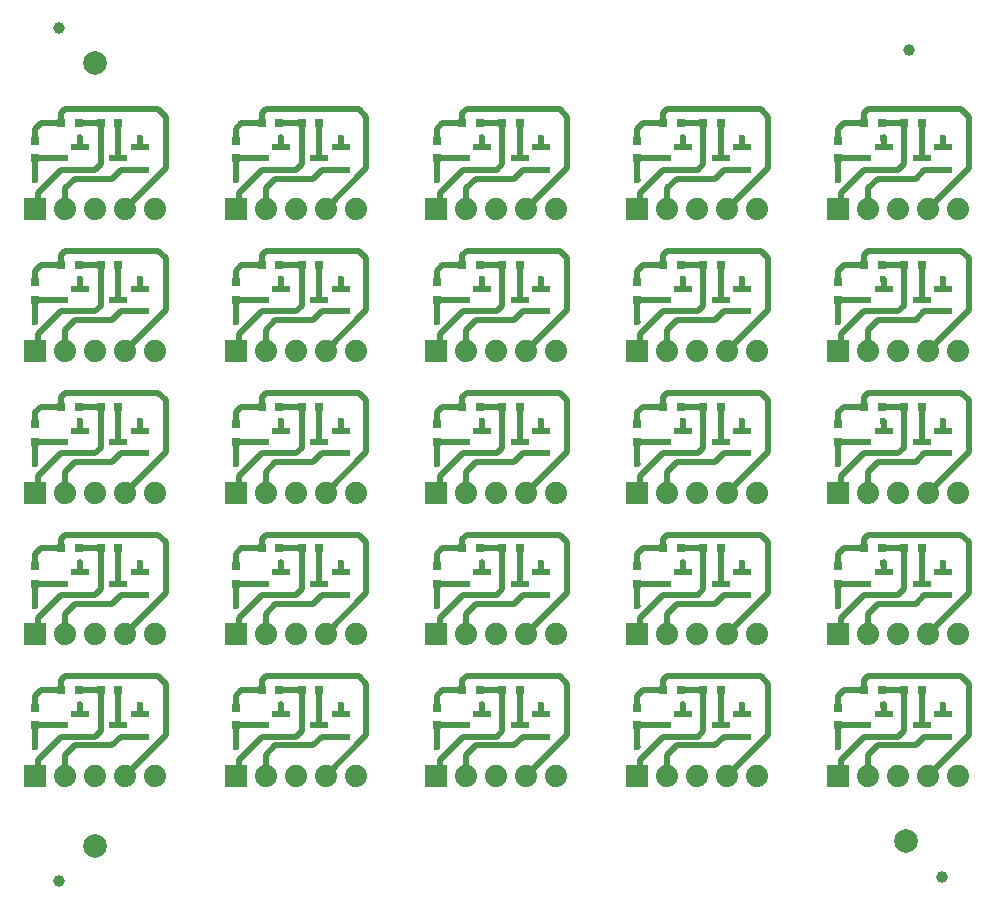
<source format=gtl>
G04*
G04 #@! TF.GenerationSoftware,Altium Limited,Altium Designer,23.8.1 (32)*
G04*
G04 Layer_Physical_Order=1*
G04 Layer_Color=255*
%FSLAX44Y44*%
%MOMM*%
G71*
G04*
G04 #@! TF.SameCoordinates,016EFE59-DA19-4AE6-B192-11953897C182*
G04*
G04*
G04 #@! TF.FilePolarity,Positive*
G04*
G01*
G75*
%ADD10C,1.0000*%
%ADD11R,1.6000X0.6000*%
%ADD12R,0.8000X0.7500*%
%ADD13R,0.7500X0.8000*%
%ADD14C,0.5000*%
%ADD15C,2.0000*%
%ADD16R,1.8796X1.8796*%
%ADD17C,1.8796*%
%ADD18C,0.6000*%
D10*
X787250Y-60000D02*
D03*
X40000Y-64000D02*
D03*
Y658750D02*
D03*
X759250Y639750D02*
D03*
D11*
X90305Y68152D02*
D03*
X108305Y77652D02*
D03*
X108305Y58652D02*
D03*
X40055Y68152D02*
D03*
X58055Y77652D02*
D03*
Y58652D02*
D03*
X260305Y68152D02*
D03*
X278305Y77652D02*
D03*
X278305Y58652D02*
D03*
X210055Y68152D02*
D03*
X228055Y77652D02*
D03*
Y58652D02*
D03*
X430305Y68152D02*
D03*
X448305Y77652D02*
D03*
X448305Y58652D02*
D03*
X380055Y68152D02*
D03*
X398055Y77652D02*
D03*
Y58652D02*
D03*
X600305Y68152D02*
D03*
X618305Y77652D02*
D03*
X618305Y58652D02*
D03*
X550055Y68152D02*
D03*
X568055Y77652D02*
D03*
Y58652D02*
D03*
X770305Y68152D02*
D03*
X788305Y77652D02*
D03*
X788305Y58652D02*
D03*
X720055Y68152D02*
D03*
X738055Y77652D02*
D03*
Y58652D02*
D03*
X90305Y188152D02*
D03*
X108305Y197652D02*
D03*
X108305Y178652D02*
D03*
X40055Y188152D02*
D03*
X58055Y197652D02*
D03*
Y178652D02*
D03*
X260305Y188152D02*
D03*
X278305Y197652D02*
D03*
X278305Y178652D02*
D03*
X210055Y188152D02*
D03*
X228055Y197652D02*
D03*
Y178652D02*
D03*
X430305Y188152D02*
D03*
X448305Y197652D02*
D03*
X448305Y178652D02*
D03*
X380055Y188152D02*
D03*
X398055Y197652D02*
D03*
Y178652D02*
D03*
X600305Y188152D02*
D03*
X618305Y197652D02*
D03*
X618305Y178652D02*
D03*
X550055Y188152D02*
D03*
X568055Y197652D02*
D03*
Y178652D02*
D03*
X770305Y188152D02*
D03*
X788305Y197652D02*
D03*
X788305Y178652D02*
D03*
X720055Y188152D02*
D03*
X738055Y197652D02*
D03*
Y178652D02*
D03*
X90305Y308152D02*
D03*
X108305Y317652D02*
D03*
X108305Y298652D02*
D03*
X40055Y308152D02*
D03*
X58055Y317652D02*
D03*
Y298652D02*
D03*
X260305Y308152D02*
D03*
X278305Y317652D02*
D03*
X278305Y298652D02*
D03*
X210055Y308152D02*
D03*
X228055Y317652D02*
D03*
Y298652D02*
D03*
X430305Y308152D02*
D03*
X448305Y317652D02*
D03*
X448305Y298652D02*
D03*
X380055Y308152D02*
D03*
X398055Y317652D02*
D03*
Y298652D02*
D03*
X600305Y308152D02*
D03*
X618305Y317652D02*
D03*
X618305Y298652D02*
D03*
X550055Y308152D02*
D03*
X568055Y317652D02*
D03*
Y298652D02*
D03*
X770305Y308152D02*
D03*
X788305Y317652D02*
D03*
X788305Y298652D02*
D03*
X720055Y308152D02*
D03*
X738055Y317652D02*
D03*
Y298652D02*
D03*
X90305Y428152D02*
D03*
X108305Y437652D02*
D03*
X108305Y418652D02*
D03*
X40055Y428152D02*
D03*
X58055Y437652D02*
D03*
Y418652D02*
D03*
X260305Y428152D02*
D03*
X278305Y437652D02*
D03*
X278305Y418652D02*
D03*
X210055Y428152D02*
D03*
X228055Y437652D02*
D03*
Y418652D02*
D03*
X430305Y428152D02*
D03*
X448305Y437652D02*
D03*
X448305Y418652D02*
D03*
X380055Y428152D02*
D03*
X398055Y437652D02*
D03*
Y418652D02*
D03*
X600305Y428152D02*
D03*
X618305Y437652D02*
D03*
X618305Y418652D02*
D03*
X550055Y428152D02*
D03*
X568055Y437652D02*
D03*
Y418652D02*
D03*
X770305Y428152D02*
D03*
X788305Y437652D02*
D03*
X788305Y418652D02*
D03*
X720055Y428152D02*
D03*
X738055Y437652D02*
D03*
Y418652D02*
D03*
X90305Y548152D02*
D03*
X108305Y557652D02*
D03*
X108305Y538652D02*
D03*
X40055Y548152D02*
D03*
X58055Y557652D02*
D03*
Y538652D02*
D03*
X260305Y548152D02*
D03*
X278305Y557652D02*
D03*
X278305Y538652D02*
D03*
X210055Y548152D02*
D03*
X228055Y557652D02*
D03*
Y538652D02*
D03*
X430305Y548152D02*
D03*
X448305Y557652D02*
D03*
X448305Y538652D02*
D03*
X380055Y548152D02*
D03*
X398055Y557652D02*
D03*
Y538652D02*
D03*
X600305Y548152D02*
D03*
X618305Y557652D02*
D03*
X618305Y538652D02*
D03*
X550055Y548152D02*
D03*
X568055Y557652D02*
D03*
Y538652D02*
D03*
X770305Y548152D02*
D03*
X788305Y557652D02*
D03*
X788305Y538652D02*
D03*
X720055Y548152D02*
D03*
X738055Y557652D02*
D03*
Y538652D02*
D03*
D12*
X56555Y97902D02*
D03*
X41555D02*
D03*
X90305D02*
D03*
X75305D02*
D03*
X226555D02*
D03*
X211555D02*
D03*
X260305D02*
D03*
X245305D02*
D03*
X396555D02*
D03*
X381555D02*
D03*
X430305D02*
D03*
X415305D02*
D03*
X566555D02*
D03*
X551555D02*
D03*
X600305D02*
D03*
X585305D02*
D03*
X736555D02*
D03*
X721555D02*
D03*
X770305D02*
D03*
X755305D02*
D03*
X56555Y217902D02*
D03*
X41555D02*
D03*
X90305D02*
D03*
X75305D02*
D03*
X226555D02*
D03*
X211555D02*
D03*
X260305D02*
D03*
X245305D02*
D03*
X396555D02*
D03*
X381555D02*
D03*
X430305D02*
D03*
X415305D02*
D03*
X566555D02*
D03*
X551555D02*
D03*
X600305D02*
D03*
X585305D02*
D03*
X736555D02*
D03*
X721555D02*
D03*
X770305D02*
D03*
X755305D02*
D03*
X56555Y337902D02*
D03*
X41555D02*
D03*
X90305D02*
D03*
X75305D02*
D03*
X226555D02*
D03*
X211555D02*
D03*
X260305D02*
D03*
X245305D02*
D03*
X396555D02*
D03*
X381555D02*
D03*
X430305D02*
D03*
X415305D02*
D03*
X566555D02*
D03*
X551555D02*
D03*
X600305D02*
D03*
X585305D02*
D03*
X736555D02*
D03*
X721555D02*
D03*
X770305D02*
D03*
X755305D02*
D03*
X56555Y457902D02*
D03*
X41555D02*
D03*
X90305D02*
D03*
X75305D02*
D03*
X226555D02*
D03*
X211555D02*
D03*
X260305D02*
D03*
X245305D02*
D03*
X396555D02*
D03*
X381555D02*
D03*
X430305D02*
D03*
X415305D02*
D03*
X566555D02*
D03*
X551555D02*
D03*
X600305D02*
D03*
X585305D02*
D03*
X736555D02*
D03*
X721555D02*
D03*
X770305D02*
D03*
X755305D02*
D03*
X56555Y577902D02*
D03*
X41555D02*
D03*
X90305D02*
D03*
X75305D02*
D03*
X226555D02*
D03*
X211555D02*
D03*
X260305D02*
D03*
X245305D02*
D03*
X396555D02*
D03*
X381555D02*
D03*
X430305D02*
D03*
X415305D02*
D03*
X566555D02*
D03*
X551555D02*
D03*
X600305D02*
D03*
X585305D02*
D03*
X736555D02*
D03*
X721555D02*
D03*
X770305D02*
D03*
X755305D02*
D03*
D13*
X19555Y83152D02*
D03*
Y68152D02*
D03*
X189555Y83152D02*
D03*
Y68152D02*
D03*
X359555Y83152D02*
D03*
Y68152D02*
D03*
X529555Y83152D02*
D03*
Y68152D02*
D03*
X699555Y83152D02*
D03*
Y68152D02*
D03*
X19555Y203152D02*
D03*
Y188152D02*
D03*
X189555Y203152D02*
D03*
Y188152D02*
D03*
X359555Y203152D02*
D03*
Y188152D02*
D03*
X529555Y203152D02*
D03*
Y188152D02*
D03*
X699555Y203152D02*
D03*
Y188152D02*
D03*
X19555Y323152D02*
D03*
Y308152D02*
D03*
X189555Y323152D02*
D03*
Y308152D02*
D03*
X359555Y323152D02*
D03*
Y308152D02*
D03*
X529555Y323152D02*
D03*
Y308152D02*
D03*
X699555Y323152D02*
D03*
Y308152D02*
D03*
X19555Y443152D02*
D03*
Y428152D02*
D03*
X189555Y443152D02*
D03*
Y428152D02*
D03*
X359555Y443152D02*
D03*
Y428152D02*
D03*
X529555Y443152D02*
D03*
Y428152D02*
D03*
X699555Y443152D02*
D03*
Y428152D02*
D03*
X19555Y563152D02*
D03*
Y548152D02*
D03*
X189555Y563152D02*
D03*
Y548152D02*
D03*
X359555Y563152D02*
D03*
Y548152D02*
D03*
X529555Y563152D02*
D03*
Y548152D02*
D03*
X699555Y563152D02*
D03*
Y548152D02*
D03*
D14*
X41652Y58652D02*
X58055D01*
X19450Y25250D02*
X22219Y28019D01*
Y39219D01*
X41652Y58652D01*
X19555Y49695D02*
X19750Y49500D01*
X19555Y49695D02*
Y68152D01*
X95650Y25250D02*
X130250Y59850D01*
Y103500D01*
X124000Y109750D02*
X130250Y103500D01*
X53152Y51152D02*
X85152D01*
X44850Y42850D02*
X53152Y51152D01*
X44850Y25250D02*
Y42850D01*
X85152Y51152D02*
X92652Y58652D01*
X108305D01*
X58055Y58652D02*
X70652D01*
X75305Y63305D01*
Y97902D01*
X19555Y68152D02*
X40055D01*
X56555Y97902D02*
X75305D01*
X90305Y68152D02*
Y97902D01*
X19555Y83152D02*
Y93055D01*
X24402Y97902D01*
X41555D01*
Y106305D01*
X45000Y109750D01*
X108402Y77750D02*
Y85652D01*
X108305Y77652D02*
X108402Y77750D01*
X45000Y109750D02*
X124000D01*
X58055Y77652D02*
Y86055D01*
X211652Y58652D02*
X228055D01*
X189450Y25250D02*
X192219Y28019D01*
Y39219D01*
X211652Y58652D01*
X189555Y49695D02*
X189750Y49500D01*
X189555Y49695D02*
Y68152D01*
X265650Y25250D02*
X300250Y59850D01*
Y103500D01*
X294000Y109750D02*
X300250Y103500D01*
X223152Y51152D02*
X255152D01*
X214850Y42850D02*
X223152Y51152D01*
X214850Y25250D02*
Y42850D01*
X255152Y51152D02*
X262652Y58652D01*
X278305D01*
X228055Y58652D02*
X240652D01*
X245305Y63305D01*
Y97902D01*
X189555Y68152D02*
X210055D01*
X226555Y97902D02*
X245305D01*
X260305Y68152D02*
Y97902D01*
X189555Y83152D02*
Y93055D01*
X194402Y97902D01*
X211555D01*
Y106305D01*
X215000Y109750D01*
X278402Y77750D02*
Y85652D01*
X278305Y77652D02*
X278402Y77750D01*
X215000Y109750D02*
X294000D01*
X228055Y77652D02*
Y86055D01*
X381652Y58652D02*
X398055D01*
X359450Y25250D02*
X362219Y28019D01*
Y39219D01*
X381652Y58652D01*
X359555Y49695D02*
X359750Y49500D01*
X359555Y49695D02*
Y68152D01*
X435650Y25250D02*
X470250Y59850D01*
Y103500D01*
X464000Y109750D02*
X470250Y103500D01*
X393152Y51152D02*
X425152D01*
X384850Y42850D02*
X393152Y51152D01*
X384850Y25250D02*
Y42850D01*
X425152Y51152D02*
X432652Y58652D01*
X448305D01*
X398055Y58652D02*
X410652D01*
X415305Y63305D01*
Y97902D01*
X359555Y68152D02*
X380055D01*
X396555Y97902D02*
X415305D01*
X430305Y68152D02*
Y97902D01*
X359555Y83152D02*
Y93055D01*
X364402Y97902D01*
X381555D01*
Y106305D01*
X385000Y109750D01*
X448402Y77750D02*
Y85652D01*
X448305Y77652D02*
X448402Y77750D01*
X385000Y109750D02*
X464000D01*
X398055Y77652D02*
Y86055D01*
X551652Y58652D02*
X568055D01*
X529450Y25250D02*
X532219Y28019D01*
Y39219D01*
X551652Y58652D01*
X529555Y49695D02*
X529750Y49500D01*
X529555Y49695D02*
Y68152D01*
X605650Y25250D02*
X640250Y59850D01*
Y103500D01*
X634000Y109750D02*
X640250Y103500D01*
X563152Y51152D02*
X595152D01*
X554850Y42850D02*
X563152Y51152D01*
X554850Y25250D02*
Y42850D01*
X595152Y51152D02*
X602652Y58652D01*
X618305D01*
X568055Y58652D02*
X580652D01*
X585305Y63305D01*
Y97902D01*
X529555Y68152D02*
X550055D01*
X566555Y97902D02*
X585305D01*
X600305Y68152D02*
Y97902D01*
X529555Y83152D02*
Y93055D01*
X534402Y97902D01*
X551555D01*
Y106305D01*
X555000Y109750D01*
X618402Y77750D02*
Y85652D01*
X618305Y77652D02*
X618402Y77750D01*
X555000Y109750D02*
X634000D01*
X568055Y77652D02*
Y86055D01*
X721652Y58652D02*
X738055D01*
X699450Y25250D02*
X702219Y28019D01*
Y39219D01*
X721652Y58652D01*
X699555Y49695D02*
X699750Y49500D01*
X699555Y49695D02*
Y68152D01*
X775650Y25250D02*
X810250Y59850D01*
Y103500D01*
X804000Y109750D02*
X810250Y103500D01*
X733152Y51152D02*
X765152D01*
X724850Y42850D02*
X733152Y51152D01*
X724850Y25250D02*
Y42850D01*
X765152Y51152D02*
X772652Y58652D01*
X788305D01*
X738055Y58652D02*
X750652D01*
X755305Y63305D01*
Y97902D01*
X699555Y68152D02*
X720055D01*
X736555Y97902D02*
X755305D01*
X770305Y68152D02*
Y97902D01*
X699555Y83152D02*
Y93055D01*
X704402Y97902D01*
X721555D01*
Y106305D01*
X725000Y109750D01*
X788402Y77750D02*
Y85652D01*
X788305Y77652D02*
X788402Y77750D01*
X725000Y109750D02*
X804000D01*
X738055Y77652D02*
Y86055D01*
X41652Y178652D02*
X58055D01*
X19450Y145250D02*
X22219Y148019D01*
Y159219D01*
X41652Y178652D01*
X19555Y169695D02*
X19750Y169500D01*
X19555Y169695D02*
Y188152D01*
X95650Y145250D02*
X130250Y179850D01*
Y223500D01*
X124000Y229750D02*
X130250Y223500D01*
X53152Y171152D02*
X85152D01*
X44850Y162850D02*
X53152Y171152D01*
X44850Y145250D02*
Y162850D01*
X85152Y171152D02*
X92652Y178652D01*
X108305D01*
X58055Y178652D02*
X70652D01*
X75305Y183305D01*
Y217902D01*
X19555Y188152D02*
X40055D01*
X56555Y217902D02*
X75305D01*
X90305Y188152D02*
Y217902D01*
X19555Y203152D02*
Y213055D01*
X24402Y217902D01*
X41555D01*
Y226305D01*
X45000Y229750D01*
X108402Y197750D02*
Y205652D01*
X108305Y197652D02*
X108402Y197750D01*
X45000Y229750D02*
X124000D01*
X58055Y197652D02*
Y206055D01*
X211652Y178652D02*
X228055D01*
X189450Y145250D02*
X192219Y148019D01*
Y159219D01*
X211652Y178652D01*
X189555Y169695D02*
X189750Y169500D01*
X189555Y169695D02*
Y188152D01*
X265650Y145250D02*
X300250Y179850D01*
Y223500D01*
X294000Y229750D02*
X300250Y223500D01*
X223152Y171152D02*
X255152D01*
X214850Y162850D02*
X223152Y171152D01*
X214850Y145250D02*
Y162850D01*
X255152Y171152D02*
X262652Y178652D01*
X278305D01*
X228055Y178652D02*
X240652D01*
X245305Y183305D01*
Y217902D01*
X189555Y188152D02*
X210055D01*
X226555Y217902D02*
X245305D01*
X260305Y188152D02*
Y217902D01*
X189555Y203152D02*
Y213055D01*
X194402Y217902D01*
X211555D01*
Y226305D01*
X215000Y229750D01*
X278402Y197750D02*
Y205652D01*
X278305Y197652D02*
X278402Y197750D01*
X215000Y229750D02*
X294000D01*
X228055Y197652D02*
Y206055D01*
X381652Y178652D02*
X398055D01*
X359450Y145250D02*
X362219Y148019D01*
Y159219D01*
X381652Y178652D01*
X359555Y169695D02*
X359750Y169500D01*
X359555Y169695D02*
Y188152D01*
X435650Y145250D02*
X470250Y179850D01*
Y223500D01*
X464000Y229750D02*
X470250Y223500D01*
X393152Y171152D02*
X425152D01*
X384850Y162850D02*
X393152Y171152D01*
X384850Y145250D02*
Y162850D01*
X425152Y171152D02*
X432652Y178652D01*
X448305D01*
X398055Y178652D02*
X410652D01*
X415305Y183305D01*
Y217902D01*
X359555Y188152D02*
X380055D01*
X396555Y217902D02*
X415305D01*
X430305Y188152D02*
Y217902D01*
X359555Y203152D02*
Y213055D01*
X364402Y217902D01*
X381555D01*
Y226305D01*
X385000Y229750D01*
X448402Y197750D02*
Y205652D01*
X448305Y197652D02*
X448402Y197750D01*
X385000Y229750D02*
X464000D01*
X398055Y197652D02*
Y206055D01*
X551652Y178652D02*
X568055D01*
X529450Y145250D02*
X532219Y148019D01*
Y159219D01*
X551652Y178652D01*
X529555Y169695D02*
X529750Y169500D01*
X529555Y169695D02*
Y188152D01*
X605650Y145250D02*
X640250Y179850D01*
Y223500D01*
X634000Y229750D02*
X640250Y223500D01*
X563152Y171152D02*
X595152D01*
X554850Y162850D02*
X563152Y171152D01*
X554850Y145250D02*
Y162850D01*
X595152Y171152D02*
X602652Y178652D01*
X618305D01*
X568055Y178652D02*
X580652D01*
X585305Y183305D01*
Y217902D01*
X529555Y188152D02*
X550055D01*
X566555Y217902D02*
X585305D01*
X600305Y188152D02*
Y217902D01*
X529555Y203152D02*
Y213055D01*
X534402Y217902D01*
X551555D01*
Y226305D01*
X555000Y229750D01*
X618402Y197750D02*
Y205652D01*
X618305Y197652D02*
X618402Y197750D01*
X555000Y229750D02*
X634000D01*
X568055Y197652D02*
Y206055D01*
X721652Y178652D02*
X738055D01*
X699450Y145250D02*
X702219Y148019D01*
Y159219D01*
X721652Y178652D01*
X699555Y169695D02*
X699750Y169500D01*
X699555Y169695D02*
Y188152D01*
X775650Y145250D02*
X810250Y179850D01*
Y223500D01*
X804000Y229750D02*
X810250Y223500D01*
X733152Y171152D02*
X765152D01*
X724850Y162850D02*
X733152Y171152D01*
X724850Y145250D02*
Y162850D01*
X765152Y171152D02*
X772652Y178652D01*
X788305D01*
X738055Y178652D02*
X750652D01*
X755305Y183305D01*
Y217902D01*
X699555Y188152D02*
X720055D01*
X736555Y217902D02*
X755305D01*
X770305Y188152D02*
Y217902D01*
X699555Y203152D02*
Y213055D01*
X704402Y217902D01*
X721555D01*
Y226305D01*
X725000Y229750D01*
X788402Y197750D02*
Y205652D01*
X788305Y197652D02*
X788402Y197750D01*
X725000Y229750D02*
X804000D01*
X738055Y197652D02*
Y206055D01*
X41652Y298652D02*
X58055D01*
X19450Y265250D02*
X22219Y268019D01*
Y279219D01*
X41652Y298652D01*
X19555Y289695D02*
X19750Y289500D01*
X19555Y289695D02*
Y308152D01*
X95650Y265250D02*
X130250Y299850D01*
Y343500D01*
X124000Y349750D02*
X130250Y343500D01*
X53152Y291152D02*
X85152D01*
X44850Y282850D02*
X53152Y291152D01*
X44850Y265250D02*
Y282850D01*
X85152Y291152D02*
X92652Y298652D01*
X108305D01*
X58055Y298652D02*
X70652D01*
X75305Y303305D01*
Y337902D01*
X19555Y308152D02*
X40055D01*
X56555Y337902D02*
X75305D01*
X90305Y308152D02*
Y337902D01*
X19555Y323152D02*
Y333055D01*
X24402Y337902D01*
X41555D01*
Y346305D01*
X45000Y349750D01*
X108402Y317750D02*
Y325652D01*
X108305Y317652D02*
X108402Y317750D01*
X45000Y349750D02*
X124000D01*
X58055Y317652D02*
Y326055D01*
X211652Y298652D02*
X228055D01*
X189450Y265250D02*
X192219Y268019D01*
Y279219D01*
X211652Y298652D01*
X189555Y289695D02*
X189750Y289500D01*
X189555Y289695D02*
Y308152D01*
X265650Y265250D02*
X300250Y299850D01*
Y343500D01*
X294000Y349750D02*
X300250Y343500D01*
X223152Y291152D02*
X255152D01*
X214850Y282850D02*
X223152Y291152D01*
X214850Y265250D02*
Y282850D01*
X255152Y291152D02*
X262652Y298652D01*
X278305D01*
X228055Y298652D02*
X240652D01*
X245305Y303305D01*
Y337902D01*
X189555Y308152D02*
X210055D01*
X226555Y337902D02*
X245305D01*
X260305Y308152D02*
Y337902D01*
X189555Y323152D02*
Y333055D01*
X194402Y337902D01*
X211555D01*
Y346305D01*
X215000Y349750D01*
X278402Y317750D02*
Y325652D01*
X278305Y317652D02*
X278402Y317750D01*
X215000Y349750D02*
X294000D01*
X228055Y317652D02*
Y326055D01*
X381652Y298652D02*
X398055D01*
X359450Y265250D02*
X362219Y268019D01*
Y279219D01*
X381652Y298652D01*
X359555Y289695D02*
X359750Y289500D01*
X359555Y289695D02*
Y308152D01*
X435650Y265250D02*
X470250Y299850D01*
Y343500D01*
X464000Y349750D02*
X470250Y343500D01*
X393152Y291152D02*
X425152D01*
X384850Y282850D02*
X393152Y291152D01*
X384850Y265250D02*
Y282850D01*
X425152Y291152D02*
X432652Y298652D01*
X448305D01*
X398055Y298652D02*
X410652D01*
X415305Y303305D01*
Y337902D01*
X359555Y308152D02*
X380055D01*
X396555Y337902D02*
X415305D01*
X430305Y308152D02*
Y337902D01*
X359555Y323152D02*
Y333055D01*
X364402Y337902D01*
X381555D01*
Y346305D01*
X385000Y349750D01*
X448402Y317750D02*
Y325652D01*
X448305Y317652D02*
X448402Y317750D01*
X385000Y349750D02*
X464000D01*
X398055Y317652D02*
Y326055D01*
X551652Y298652D02*
X568055D01*
X529450Y265250D02*
X532219Y268019D01*
Y279219D01*
X551652Y298652D01*
X529555Y289695D02*
X529750Y289500D01*
X529555Y289695D02*
Y308152D01*
X605650Y265250D02*
X640250Y299850D01*
Y343500D01*
X634000Y349750D02*
X640250Y343500D01*
X563152Y291152D02*
X595152D01*
X554850Y282850D02*
X563152Y291152D01*
X554850Y265250D02*
Y282850D01*
X595152Y291152D02*
X602652Y298652D01*
X618305D01*
X568055Y298652D02*
X580652D01*
X585305Y303305D01*
Y337902D01*
X529555Y308152D02*
X550055D01*
X566555Y337902D02*
X585305D01*
X600305Y308152D02*
Y337902D01*
X529555Y323152D02*
Y333055D01*
X534402Y337902D01*
X551555D01*
Y346305D01*
X555000Y349750D01*
X618402Y317750D02*
Y325652D01*
X618305Y317652D02*
X618402Y317750D01*
X555000Y349750D02*
X634000D01*
X568055Y317652D02*
Y326055D01*
X721652Y298652D02*
X738055D01*
X699450Y265250D02*
X702219Y268019D01*
Y279219D01*
X721652Y298652D01*
X699555Y289695D02*
X699750Y289500D01*
X699555Y289695D02*
Y308152D01*
X775650Y265250D02*
X810250Y299850D01*
Y343500D01*
X804000Y349750D02*
X810250Y343500D01*
X733152Y291152D02*
X765152D01*
X724850Y282850D02*
X733152Y291152D01*
X724850Y265250D02*
Y282850D01*
X765152Y291152D02*
X772652Y298652D01*
X788305D01*
X738055Y298652D02*
X750652D01*
X755305Y303305D01*
Y337902D01*
X699555Y308152D02*
X720055D01*
X736555Y337902D02*
X755305D01*
X770305Y308152D02*
Y337902D01*
X699555Y323152D02*
Y333055D01*
X704402Y337902D01*
X721555D01*
Y346305D01*
X725000Y349750D01*
X788402Y317750D02*
Y325652D01*
X788305Y317652D02*
X788402Y317750D01*
X725000Y349750D02*
X804000D01*
X738055Y317652D02*
Y326055D01*
X41652Y418652D02*
X58055D01*
X19450Y385250D02*
X22219Y388019D01*
Y399219D01*
X41652Y418652D01*
X19555Y409695D02*
X19750Y409500D01*
X19555Y409695D02*
Y428152D01*
X95650Y385250D02*
X130250Y419850D01*
Y463500D01*
X124000Y469750D02*
X130250Y463500D01*
X53152Y411152D02*
X85152D01*
X44850Y402850D02*
X53152Y411152D01*
X44850Y385250D02*
Y402850D01*
X85152Y411152D02*
X92652Y418652D01*
X108305D01*
X58055Y418652D02*
X70652D01*
X75305Y423305D01*
Y457902D01*
X19555Y428152D02*
X40055D01*
X56555Y457902D02*
X75305D01*
X90305Y428152D02*
Y457902D01*
X19555Y443152D02*
Y453055D01*
X24402Y457902D01*
X41555D01*
Y466305D01*
X45000Y469750D01*
X108402Y437750D02*
Y445652D01*
X108305Y437652D02*
X108402Y437750D01*
X45000Y469750D02*
X124000D01*
X58055Y437652D02*
Y446055D01*
X211652Y418652D02*
X228055D01*
X189450Y385250D02*
X192219Y388019D01*
Y399219D01*
X211652Y418652D01*
X189555Y409695D02*
X189750Y409500D01*
X189555Y409695D02*
Y428152D01*
X265650Y385250D02*
X300250Y419850D01*
Y463500D01*
X294000Y469750D02*
X300250Y463500D01*
X223152Y411152D02*
X255152D01*
X214850Y402850D02*
X223152Y411152D01*
X214850Y385250D02*
Y402850D01*
X255152Y411152D02*
X262652Y418652D01*
X278305D01*
X228055Y418652D02*
X240652D01*
X245305Y423305D01*
Y457902D01*
X189555Y428152D02*
X210055D01*
X226555Y457902D02*
X245305D01*
X260305Y428152D02*
Y457902D01*
X189555Y443152D02*
Y453055D01*
X194402Y457902D01*
X211555D01*
Y466305D01*
X215000Y469750D01*
X278402Y437750D02*
Y445652D01*
X278305Y437652D02*
X278402Y437750D01*
X215000Y469750D02*
X294000D01*
X228055Y437652D02*
Y446055D01*
X381652Y418652D02*
X398055D01*
X359450Y385250D02*
X362219Y388019D01*
Y399219D01*
X381652Y418652D01*
X359555Y409695D02*
X359750Y409500D01*
X359555Y409695D02*
Y428152D01*
X435650Y385250D02*
X470250Y419850D01*
Y463500D01*
X464000Y469750D02*
X470250Y463500D01*
X393152Y411152D02*
X425152D01*
X384850Y402850D02*
X393152Y411152D01*
X384850Y385250D02*
Y402850D01*
X425152Y411152D02*
X432652Y418652D01*
X448305D01*
X398055Y418652D02*
X410652D01*
X415305Y423305D01*
Y457902D01*
X359555Y428152D02*
X380055D01*
X396555Y457902D02*
X415305D01*
X430305Y428152D02*
Y457902D01*
X359555Y443152D02*
Y453055D01*
X364402Y457902D01*
X381555D01*
Y466305D01*
X385000Y469750D01*
X448402Y437750D02*
Y445652D01*
X448305Y437652D02*
X448402Y437750D01*
X385000Y469750D02*
X464000D01*
X398055Y437652D02*
Y446055D01*
X551652Y418652D02*
X568055D01*
X529450Y385250D02*
X532219Y388019D01*
Y399219D01*
X551652Y418652D01*
X529555Y409695D02*
X529750Y409500D01*
X529555Y409695D02*
Y428152D01*
X605650Y385250D02*
X640250Y419850D01*
Y463500D01*
X634000Y469750D02*
X640250Y463500D01*
X563152Y411152D02*
X595152D01*
X554850Y402850D02*
X563152Y411152D01*
X554850Y385250D02*
Y402850D01*
X595152Y411152D02*
X602652Y418652D01*
X618305D01*
X568055Y418652D02*
X580652D01*
X585305Y423305D01*
Y457902D01*
X529555Y428152D02*
X550055D01*
X566555Y457902D02*
X585305D01*
X600305Y428152D02*
Y457902D01*
X529555Y443152D02*
Y453055D01*
X534402Y457902D01*
X551555D01*
Y466305D01*
X555000Y469750D01*
X618402Y437750D02*
Y445652D01*
X618305Y437652D02*
X618402Y437750D01*
X555000Y469750D02*
X634000D01*
X568055Y437652D02*
Y446055D01*
X721652Y418652D02*
X738055D01*
X699450Y385250D02*
X702219Y388019D01*
Y399219D01*
X721652Y418652D01*
X699555Y409695D02*
X699750Y409500D01*
X699555Y409695D02*
Y428152D01*
X775650Y385250D02*
X810250Y419850D01*
Y463500D01*
X804000Y469750D02*
X810250Y463500D01*
X733152Y411152D02*
X765152D01*
X724850Y402850D02*
X733152Y411152D01*
X724850Y385250D02*
Y402850D01*
X765152Y411152D02*
X772652Y418652D01*
X788305D01*
X738055Y418652D02*
X750652D01*
X755305Y423305D01*
Y457902D01*
X699555Y428152D02*
X720055D01*
X736555Y457902D02*
X755305D01*
X770305Y428152D02*
Y457902D01*
X699555Y443152D02*
Y453055D01*
X704402Y457902D01*
X721555D01*
Y466305D01*
X725000Y469750D01*
X788402Y437750D02*
Y445652D01*
X788305Y437652D02*
X788402Y437750D01*
X725000Y469750D02*
X804000D01*
X738055Y437652D02*
Y446055D01*
X41652Y538652D02*
X58055D01*
X19450Y505250D02*
X22219Y508019D01*
Y519219D01*
X41652Y538652D01*
X19555Y529695D02*
X19750Y529500D01*
X19555Y529695D02*
Y548152D01*
X95650Y505250D02*
X130250Y539850D01*
Y583500D01*
X124000Y589750D02*
X130250Y583500D01*
X53152Y531152D02*
X85152D01*
X44850Y522850D02*
X53152Y531152D01*
X44850Y505250D02*
Y522850D01*
X85152Y531152D02*
X92652Y538652D01*
X108305D01*
X58055Y538652D02*
X70652D01*
X75305Y543305D01*
Y577902D01*
X19555Y548152D02*
X40055D01*
X56555Y577902D02*
X75305D01*
X90305Y548152D02*
Y577902D01*
X19555Y563152D02*
Y573055D01*
X24402Y577902D01*
X41555D01*
Y586305D01*
X45000Y589750D01*
X108402Y557750D02*
Y565652D01*
X108305Y557652D02*
X108402Y557750D01*
X45000Y589750D02*
X124000D01*
X58055Y557652D02*
Y566055D01*
X211652Y538652D02*
X228055D01*
X189450Y505250D02*
X192219Y508019D01*
Y519219D01*
X211652Y538652D01*
X189555Y529695D02*
X189750Y529500D01*
X189555Y529695D02*
Y548152D01*
X265650Y505250D02*
X300250Y539850D01*
Y583500D01*
X294000Y589750D02*
X300250Y583500D01*
X223152Y531152D02*
X255152D01*
X214850Y522850D02*
X223152Y531152D01*
X214850Y505250D02*
Y522850D01*
X255152Y531152D02*
X262652Y538652D01*
X278305D01*
X228055Y538652D02*
X240652D01*
X245305Y543305D01*
Y577902D01*
X189555Y548152D02*
X210055D01*
X226555Y577902D02*
X245305D01*
X260305Y548152D02*
Y577902D01*
X189555Y563152D02*
Y573055D01*
X194402Y577902D01*
X211555D01*
Y586305D01*
X215000Y589750D01*
X278402Y557750D02*
Y565652D01*
X278305Y557652D02*
X278402Y557750D01*
X215000Y589750D02*
X294000D01*
X228055Y557652D02*
Y566055D01*
X381652Y538652D02*
X398055D01*
X359450Y505250D02*
X362219Y508019D01*
Y519219D01*
X381652Y538652D01*
X359555Y529695D02*
X359750Y529500D01*
X359555Y529695D02*
Y548152D01*
X435650Y505250D02*
X470250Y539850D01*
Y583500D01*
X464000Y589750D02*
X470250Y583500D01*
X393152Y531152D02*
X425152D01*
X384850Y522850D02*
X393152Y531152D01*
X384850Y505250D02*
Y522850D01*
X425152Y531152D02*
X432652Y538652D01*
X448305D01*
X398055Y538652D02*
X410652D01*
X415305Y543305D01*
Y577902D01*
X359555Y548152D02*
X380055D01*
X396555Y577902D02*
X415305D01*
X430305Y548152D02*
Y577902D01*
X359555Y563152D02*
Y573055D01*
X364402Y577902D01*
X381555D01*
Y586305D01*
X385000Y589750D01*
X448402Y557750D02*
Y565652D01*
X448305Y557652D02*
X448402Y557750D01*
X385000Y589750D02*
X464000D01*
X398055Y557652D02*
Y566055D01*
X551652Y538652D02*
X568055D01*
X529450Y505250D02*
X532219Y508019D01*
Y519219D01*
X551652Y538652D01*
X529555Y529695D02*
X529750Y529500D01*
X529555Y529695D02*
Y548152D01*
X605650Y505250D02*
X640250Y539850D01*
Y583500D01*
X634000Y589750D02*
X640250Y583500D01*
X563152Y531152D02*
X595152D01*
X554850Y522850D02*
X563152Y531152D01*
X554850Y505250D02*
Y522850D01*
X595152Y531152D02*
X602652Y538652D01*
X618305D01*
X568055Y538652D02*
X580652D01*
X585305Y543305D01*
Y577902D01*
X529555Y548152D02*
X550055D01*
X566555Y577902D02*
X585305D01*
X600305Y548152D02*
Y577902D01*
X529555Y563152D02*
Y573055D01*
X534402Y577902D01*
X551555D01*
Y586305D01*
X555000Y589750D01*
X618402Y557750D02*
Y565652D01*
X618305Y557652D02*
X618402Y557750D01*
X555000Y589750D02*
X634000D01*
X568055Y557652D02*
Y566055D01*
X721652Y538652D02*
X738055D01*
X699450Y505250D02*
X702219Y508019D01*
Y519219D01*
X721652Y538652D01*
X699555Y529695D02*
X699750Y529500D01*
X699555Y529695D02*
Y548152D01*
X775650Y505250D02*
X810250Y539850D01*
Y583500D01*
X804000Y589750D02*
X810250Y583500D01*
X733152Y531152D02*
X765152D01*
X724850Y522850D02*
X733152Y531152D01*
X724850Y505250D02*
Y522850D01*
X765152Y531152D02*
X772652Y538652D01*
X788305D01*
X738055Y538652D02*
X750652D01*
X755305Y543305D01*
Y577902D01*
X699555Y548152D02*
X720055D01*
X736555Y577902D02*
X755305D01*
X770305Y548152D02*
Y577902D01*
X699555Y563152D02*
Y573055D01*
X704402Y577902D01*
X721555D01*
Y586305D01*
X725000Y589750D01*
X788402Y557750D02*
Y565652D01*
X788305Y557652D02*
X788402Y557750D01*
X725000Y589750D02*
X804000D01*
X738055Y557652D02*
Y566055D01*
D15*
X757250Y-30000D02*
D03*
X70000Y-34000D02*
D03*
X70000Y628750D02*
D03*
D16*
X19450Y25250D02*
D03*
X189450D02*
D03*
X359450D02*
D03*
X529450D02*
D03*
X699450D02*
D03*
X19450Y145250D02*
D03*
X189450D02*
D03*
X359450D02*
D03*
X529450D02*
D03*
X699450D02*
D03*
X19450Y265250D02*
D03*
X189450D02*
D03*
X359450D02*
D03*
X529450D02*
D03*
X699450D02*
D03*
X19450Y385250D02*
D03*
X189450D02*
D03*
X359450D02*
D03*
X529450D02*
D03*
X699450D02*
D03*
X19450Y505250D02*
D03*
X189450D02*
D03*
X359450D02*
D03*
X529450D02*
D03*
X699450D02*
D03*
D17*
X44850Y25250D02*
D03*
X70250D02*
D03*
X95650D02*
D03*
X121050D02*
D03*
X214850D02*
D03*
X240250D02*
D03*
X265650D02*
D03*
X291050D02*
D03*
X384850D02*
D03*
X410250D02*
D03*
X435650D02*
D03*
X461050D02*
D03*
X554850D02*
D03*
X580250D02*
D03*
X605650D02*
D03*
X631050D02*
D03*
X724850D02*
D03*
X750250D02*
D03*
X775650D02*
D03*
X801050D02*
D03*
X44850Y145250D02*
D03*
X70250D02*
D03*
X95650D02*
D03*
X121050D02*
D03*
X214850D02*
D03*
X240250D02*
D03*
X265650D02*
D03*
X291050D02*
D03*
X384850D02*
D03*
X410250D02*
D03*
X435650D02*
D03*
X461050D02*
D03*
X554850D02*
D03*
X580250D02*
D03*
X605650D02*
D03*
X631050D02*
D03*
X724850D02*
D03*
X750250D02*
D03*
X775650D02*
D03*
X801050D02*
D03*
X44850Y265250D02*
D03*
X70250D02*
D03*
X95650D02*
D03*
X121050D02*
D03*
X214850D02*
D03*
X240250D02*
D03*
X265650D02*
D03*
X291050D02*
D03*
X384850D02*
D03*
X410250D02*
D03*
X435650D02*
D03*
X461050D02*
D03*
X554850D02*
D03*
X580250D02*
D03*
X605650D02*
D03*
X631050D02*
D03*
X724850D02*
D03*
X750250D02*
D03*
X775650D02*
D03*
X801050D02*
D03*
X44850Y385250D02*
D03*
X70250D02*
D03*
X95650D02*
D03*
X121050D02*
D03*
X214850D02*
D03*
X240250D02*
D03*
X265650D02*
D03*
X291050D02*
D03*
X384850D02*
D03*
X410250D02*
D03*
X435650D02*
D03*
X461050D02*
D03*
X554850D02*
D03*
X580250D02*
D03*
X605650D02*
D03*
X631050D02*
D03*
X724850D02*
D03*
X750250D02*
D03*
X775650D02*
D03*
X801050D02*
D03*
X44850Y505250D02*
D03*
X70250D02*
D03*
X95650D02*
D03*
X121050D02*
D03*
X214850D02*
D03*
X240250D02*
D03*
X265650D02*
D03*
X291050D02*
D03*
X384850D02*
D03*
X410250D02*
D03*
X435650D02*
D03*
X461050D02*
D03*
X554850D02*
D03*
X580250D02*
D03*
X605650D02*
D03*
X631050D02*
D03*
X724850D02*
D03*
X750250D02*
D03*
X775650D02*
D03*
X801050D02*
D03*
D18*
X19695Y49500D02*
D03*
X58000Y85652D02*
D03*
X108402D02*
D03*
X189695Y49500D02*
D03*
X228000Y85652D02*
D03*
X278402D02*
D03*
X359695Y49500D02*
D03*
X398000Y85652D02*
D03*
X448402D02*
D03*
X529695Y49500D02*
D03*
X568000Y85652D02*
D03*
X618402D02*
D03*
X699695Y49500D02*
D03*
X738000Y85652D02*
D03*
X788402D02*
D03*
X19695Y169500D02*
D03*
X58000Y205652D02*
D03*
X108402D02*
D03*
X189695Y169500D02*
D03*
X228000Y205652D02*
D03*
X278402D02*
D03*
X359695Y169500D02*
D03*
X398000Y205652D02*
D03*
X448402D02*
D03*
X529695Y169500D02*
D03*
X568000Y205652D02*
D03*
X618402D02*
D03*
X699695Y169500D02*
D03*
X738000Y205652D02*
D03*
X788402D02*
D03*
X19695Y289500D02*
D03*
X58000Y325652D02*
D03*
X108402D02*
D03*
X189695Y289500D02*
D03*
X228000Y325652D02*
D03*
X278402D02*
D03*
X359695Y289500D02*
D03*
X398000Y325652D02*
D03*
X448402D02*
D03*
X529695Y289500D02*
D03*
X568000Y325652D02*
D03*
X618402D02*
D03*
X699695Y289500D02*
D03*
X738000Y325652D02*
D03*
X788402D02*
D03*
X19695Y409500D02*
D03*
X58000Y445652D02*
D03*
X108402D02*
D03*
X189695Y409500D02*
D03*
X228000Y445652D02*
D03*
X278402D02*
D03*
X359695Y409500D02*
D03*
X398000Y445652D02*
D03*
X448402D02*
D03*
X529695Y409500D02*
D03*
X568000Y445652D02*
D03*
X618402D02*
D03*
X699695Y409500D02*
D03*
X738000Y445652D02*
D03*
X788402D02*
D03*
X19695Y529500D02*
D03*
X58000Y565652D02*
D03*
X108402D02*
D03*
X189695Y529500D02*
D03*
X228000Y565652D02*
D03*
X278402D02*
D03*
X359695Y529500D02*
D03*
X398000Y565652D02*
D03*
X448402D02*
D03*
X529695Y529500D02*
D03*
X568000Y565652D02*
D03*
X618402D02*
D03*
X699695Y529500D02*
D03*
X738000Y565652D02*
D03*
X788402D02*
D03*
M02*

</source>
